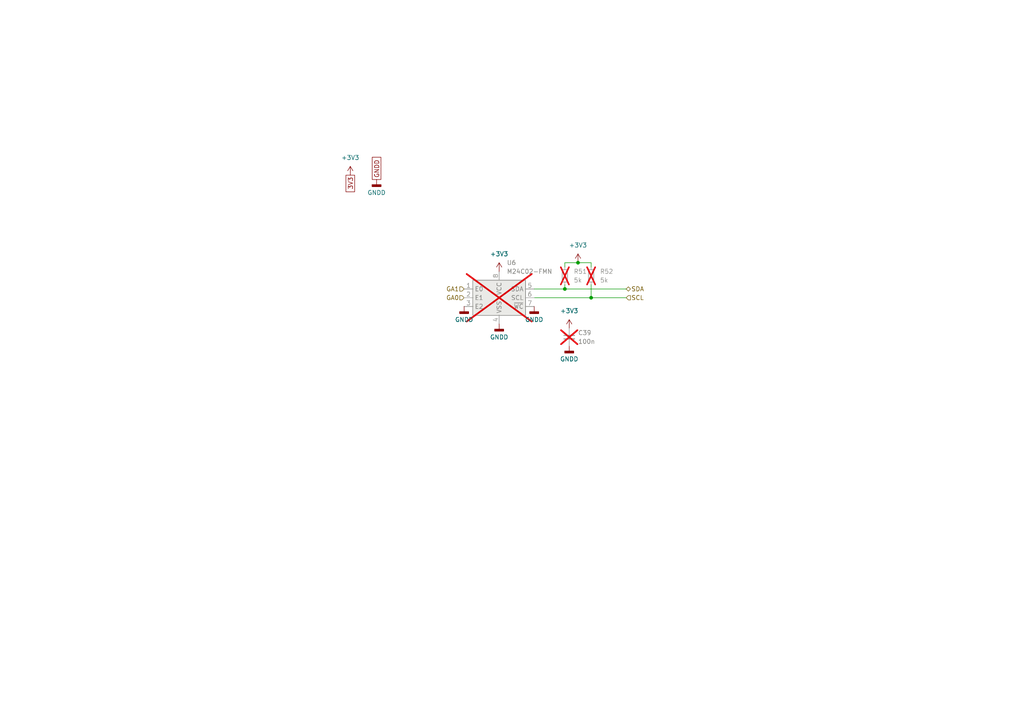
<source format=kicad_sch>
(kicad_sch
	(version 20231120)
	(generator "eeschema")
	(generator_version "8.0")
	(uuid "6067fe94-eb44-4dbe-83cc-85df83b3637a")
	(paper "A4")
	(lib_symbols
		(symbol "Device:C_Small"
			(pin_numbers hide)
			(pin_names
				(offset 0.254) hide)
			(exclude_from_sim no)
			(in_bom yes)
			(on_board yes)
			(property "Reference" "C"
				(at 0.254 1.778 0)
				(effects
					(font
						(size 1.27 1.27)
					)
					(justify left)
				)
			)
			(property "Value" "C_Small"
				(at 0.254 -2.032 0)
				(effects
					(font
						(size 1.27 1.27)
					)
					(justify left)
				)
			)
			(property "Footprint" ""
				(at 0 0 0)
				(effects
					(font
						(size 1.27 1.27)
					)
					(hide yes)
				)
			)
			(property "Datasheet" "~"
				(at 0 0 0)
				(effects
					(font
						(size 1.27 1.27)
					)
					(hide yes)
				)
			)
			(property "Description" "Unpolarized capacitor, small symbol"
				(at 0 0 0)
				(effects
					(font
						(size 1.27 1.27)
					)
					(hide yes)
				)
			)
			(property "ki_keywords" "capacitor cap"
				(at 0 0 0)
				(effects
					(font
						(size 1.27 1.27)
					)
					(hide yes)
				)
			)
			(property "ki_fp_filters" "C_*"
				(at 0 0 0)
				(effects
					(font
						(size 1.27 1.27)
					)
					(hide yes)
				)
			)
			(symbol "C_Small_0_1"
				(polyline
					(pts
						(xy -1.524 -0.508) (xy 1.524 -0.508)
					)
					(stroke
						(width 0.3302)
						(type default)
					)
					(fill
						(type none)
					)
				)
				(polyline
					(pts
						(xy -1.524 0.508) (xy 1.524 0.508)
					)
					(stroke
						(width 0.3048)
						(type default)
					)
					(fill
						(type none)
					)
				)
			)
			(symbol "C_Small_1_1"
				(pin passive line
					(at 0 2.54 270)
					(length 2.032)
					(name "~"
						(effects
							(font
								(size 1.27 1.27)
							)
						)
					)
					(number "1"
						(effects
							(font
								(size 1.27 1.27)
							)
						)
					)
				)
				(pin passive line
					(at 0 -2.54 90)
					(length 2.032)
					(name "~"
						(effects
							(font
								(size 1.27 1.27)
							)
						)
					)
					(number "2"
						(effects
							(font
								(size 1.27 1.27)
							)
						)
					)
				)
			)
		)
		(symbol "Device:R_Small"
			(pin_numbers hide)
			(pin_names
				(offset 0.254) hide)
			(exclude_from_sim no)
			(in_bom yes)
			(on_board yes)
			(property "Reference" "R"
				(at 0.762 0.508 0)
				(effects
					(font
						(size 1.27 1.27)
					)
					(justify left)
				)
			)
			(property "Value" "R_Small"
				(at 0.762 -1.016 0)
				(effects
					(font
						(size 1.27 1.27)
					)
					(justify left)
				)
			)
			(property "Footprint" ""
				(at 0 0 0)
				(effects
					(font
						(size 1.27 1.27)
					)
					(hide yes)
				)
			)
			(property "Datasheet" "~"
				(at 0 0 0)
				(effects
					(font
						(size 1.27 1.27)
					)
					(hide yes)
				)
			)
			(property "Description" "Resistor, small symbol"
				(at 0 0 0)
				(effects
					(font
						(size 1.27 1.27)
					)
					(hide yes)
				)
			)
			(property "ki_keywords" "R resistor"
				(at 0 0 0)
				(effects
					(font
						(size 1.27 1.27)
					)
					(hide yes)
				)
			)
			(property "ki_fp_filters" "R_*"
				(at 0 0 0)
				(effects
					(font
						(size 1.27 1.27)
					)
					(hide yes)
				)
			)
			(symbol "R_Small_0_1"
				(rectangle
					(start -0.762 1.778)
					(end 0.762 -1.778)
					(stroke
						(width 0.2032)
						(type default)
					)
					(fill
						(type none)
					)
				)
			)
			(symbol "R_Small_1_1"
				(pin passive line
					(at 0 2.54 270)
					(length 0.762)
					(name "~"
						(effects
							(font
								(size 1.27 1.27)
							)
						)
					)
					(number "1"
						(effects
							(font
								(size 1.27 1.27)
							)
						)
					)
				)
				(pin passive line
					(at 0 -2.54 90)
					(length 0.762)
					(name "~"
						(effects
							(font
								(size 1.27 1.27)
							)
						)
					)
					(number "2"
						(effects
							(font
								(size 1.27 1.27)
							)
						)
					)
				)
			)
		)
		(symbol "Memory_EEPROM:M24C02-FMN"
			(exclude_from_sim no)
			(in_bom yes)
			(on_board yes)
			(property "Reference" "U"
				(at -6.35 6.35 0)
				(effects
					(font
						(size 1.27 1.27)
					)
				)
			)
			(property "Value" "M24C02-FMN"
				(at 7.62 6.35 0)
				(effects
					(font
						(size 1.27 1.27)
					)
				)
			)
			(property "Footprint" "Package_SO:SOIC-8_3.9x4.9mm_P1.27mm"
				(at 0 8.89 0)
				(effects
					(font
						(size 1.27 1.27)
					)
					(hide yes)
				)
			)
			(property "Datasheet" "http://www.st.com/content/ccc/resource/technical/document/datasheet/b0/d8/50/40/5a/85/49/6f/DM00071904.pdf/files/DM00071904.pdf/jcr:content/translations/en.DM00071904.pdf"
				(at 1.27 -12.7 0)
				(effects
					(font
						(size 1.27 1.27)
					)
					(hide yes)
				)
			)
			(property "Description" "2Kb (256x8) I2C Serial EEPROM, 1.6-5.5V, SOIC-8"
				(at 0 0 0)
				(effects
					(font
						(size 1.27 1.27)
					)
					(hide yes)
				)
			)
			(property "ki_keywords" "Nonvolatile Non-Volatile Memory ROM ST"
				(at 0 0 0)
				(effects
					(font
						(size 1.27 1.27)
					)
					(hide yes)
				)
			)
			(property "ki_fp_filters" "SOIC*3.9x4.9mm*P1.27mm*"
				(at 0 0 0)
				(effects
					(font
						(size 1.27 1.27)
					)
					(hide yes)
				)
			)
			(symbol "M24C02-FMN_0_1"
				(rectangle
					(start -7.62 5.08)
					(end 7.62 -5.08)
					(stroke
						(width 0.254)
						(type default)
					)
					(fill
						(type background)
					)
				)
			)
			(symbol "M24C02-FMN_1_1"
				(pin input line
					(at -10.16 2.54 0)
					(length 2.54)
					(name "E0"
						(effects
							(font
								(size 1.27 1.27)
							)
						)
					)
					(number "1"
						(effects
							(font
								(size 1.27 1.27)
							)
						)
					)
				)
				(pin input line
					(at -10.16 0 0)
					(length 2.54)
					(name "E1"
						(effects
							(font
								(size 1.27 1.27)
							)
						)
					)
					(number "2"
						(effects
							(font
								(size 1.27 1.27)
							)
						)
					)
				)
				(pin input line
					(at -10.16 -2.54 0)
					(length 2.54)
					(name "E2"
						(effects
							(font
								(size 1.27 1.27)
							)
						)
					)
					(number "3"
						(effects
							(font
								(size 1.27 1.27)
							)
						)
					)
				)
				(pin power_in line
					(at 0 -7.62 90)
					(length 2.54)
					(name "VSS"
						(effects
							(font
								(size 1.27 1.27)
							)
						)
					)
					(number "4"
						(effects
							(font
								(size 1.27 1.27)
							)
						)
					)
				)
				(pin bidirectional line
					(at 10.16 2.54 180)
					(length 2.54)
					(name "SDA"
						(effects
							(font
								(size 1.27 1.27)
							)
						)
					)
					(number "5"
						(effects
							(font
								(size 1.27 1.27)
							)
						)
					)
				)
				(pin input line
					(at 10.16 0 180)
					(length 2.54)
					(name "SCL"
						(effects
							(font
								(size 1.27 1.27)
							)
						)
					)
					(number "6"
						(effects
							(font
								(size 1.27 1.27)
							)
						)
					)
				)
				(pin input line
					(at 10.16 -2.54 180)
					(length 2.54)
					(name "~{WC}"
						(effects
							(font
								(size 1.27 1.27)
							)
						)
					)
					(number "7"
						(effects
							(font
								(size 1.27 1.27)
							)
						)
					)
				)
				(pin power_in line
					(at 0 7.62 270)
					(length 2.54)
					(name "VCC"
						(effects
							(font
								(size 1.27 1.27)
							)
						)
					)
					(number "8"
						(effects
							(font
								(size 1.27 1.27)
							)
						)
					)
				)
			)
		)
		(symbol "power:+3V3"
			(power)
			(pin_numbers hide)
			(pin_names
				(offset 0) hide)
			(exclude_from_sim no)
			(in_bom yes)
			(on_board yes)
			(property "Reference" "#PWR"
				(at 0 -3.81 0)
				(effects
					(font
						(size 1.27 1.27)
					)
					(hide yes)
				)
			)
			(property "Value" "+3V3"
				(at 0 3.556 0)
				(effects
					(font
						(size 1.27 1.27)
					)
				)
			)
			(property "Footprint" ""
				(at 0 0 0)
				(effects
					(font
						(size 1.27 1.27)
					)
					(hide yes)
				)
			)
			(property "Datasheet" ""
				(at 0 0 0)
				(effects
					(font
						(size 1.27 1.27)
					)
					(hide yes)
				)
			)
			(property "Description" "Power symbol creates a global label with name \"+3V3\""
				(at 0 0 0)
				(effects
					(font
						(size 1.27 1.27)
					)
					(hide yes)
				)
			)
			(property "ki_keywords" "global power"
				(at 0 0 0)
				(effects
					(font
						(size 1.27 1.27)
					)
					(hide yes)
				)
			)
			(symbol "+3V3_0_1"
				(polyline
					(pts
						(xy -0.762 1.27) (xy 0 2.54)
					)
					(stroke
						(width 0)
						(type default)
					)
					(fill
						(type none)
					)
				)
				(polyline
					(pts
						(xy 0 0) (xy 0 2.54)
					)
					(stroke
						(width 0)
						(type default)
					)
					(fill
						(type none)
					)
				)
				(polyline
					(pts
						(xy 0 2.54) (xy 0.762 1.27)
					)
					(stroke
						(width 0)
						(type default)
					)
					(fill
						(type none)
					)
				)
			)
			(symbol "+3V3_1_1"
				(pin power_in line
					(at 0 0 90)
					(length 0)
					(name "~"
						(effects
							(font
								(size 1.27 1.27)
							)
						)
					)
					(number "1"
						(effects
							(font
								(size 1.27 1.27)
							)
						)
					)
				)
			)
		)
		(symbol "power:GNDD"
			(power)
			(pin_numbers hide)
			(pin_names
				(offset 0) hide)
			(exclude_from_sim no)
			(in_bom yes)
			(on_board yes)
			(property "Reference" "#PWR"
				(at 0 -6.35 0)
				(effects
					(font
						(size 1.27 1.27)
					)
					(hide yes)
				)
			)
			(property "Value" "GNDD"
				(at 0 -3.175 0)
				(effects
					(font
						(size 1.27 1.27)
					)
				)
			)
			(property "Footprint" ""
				(at 0 0 0)
				(effects
					(font
						(size 1.27 1.27)
					)
					(hide yes)
				)
			)
			(property "Datasheet" ""
				(at 0 0 0)
				(effects
					(font
						(size 1.27 1.27)
					)
					(hide yes)
				)
			)
			(property "Description" "Power symbol creates a global label with name \"GNDD\" , digital ground"
				(at 0 0 0)
				(effects
					(font
						(size 1.27 1.27)
					)
					(hide yes)
				)
			)
			(property "ki_keywords" "global power"
				(at 0 0 0)
				(effects
					(font
						(size 1.27 1.27)
					)
					(hide yes)
				)
			)
			(symbol "GNDD_0_1"
				(rectangle
					(start -1.27 -1.524)
					(end 1.27 -2.032)
					(stroke
						(width 0.254)
						(type default)
					)
					(fill
						(type outline)
					)
				)
				(polyline
					(pts
						(xy 0 0) (xy 0 -1.524)
					)
					(stroke
						(width 0)
						(type default)
					)
					(fill
						(type none)
					)
				)
			)
			(symbol "GNDD_1_1"
				(pin power_in line
					(at 0 0 270)
					(length 0)
					(name "~"
						(effects
							(font
								(size 1.27 1.27)
							)
						)
					)
					(number "1"
						(effects
							(font
								(size 1.27 1.27)
							)
						)
					)
				)
			)
		)
	)
	(junction
		(at 171.45 86.36)
		(diameter 0)
		(color 0 0 0 0)
		(uuid "4f000a9c-fb83-41f4-aca8-14b0fed98ff1")
	)
	(junction
		(at 167.64 76.2)
		(diameter 0)
		(color 0 0 0 0)
		(uuid "63b6a2fd-a159-4c25-a409-773568a29eef")
	)
	(junction
		(at 163.83 83.82)
		(diameter 0)
		(color 0 0 0 0)
		(uuid "8a17166b-c876-4ddf-ae30-833d050d9c63")
	)
	(wire
		(pts
			(xy 181.61 86.36) (xy 171.45 86.36)
		)
		(stroke
			(width 0)
			(type default)
		)
		(uuid "13bfb414-cb6f-419f-9a1d-5466c18d904a")
	)
	(wire
		(pts
			(xy 171.45 77.47) (xy 171.45 76.2)
		)
		(stroke
			(width 0)
			(type default)
		)
		(uuid "17fd00d4-c182-4e02-aaf2-ad9c13beb3db")
	)
	(wire
		(pts
			(xy 171.45 86.36) (xy 154.94 86.36)
		)
		(stroke
			(width 0)
			(type default)
		)
		(uuid "30740e8c-68ec-40ee-b657-66ed6dc9fcaa")
	)
	(wire
		(pts
			(xy 181.61 83.82) (xy 163.83 83.82)
		)
		(stroke
			(width 0)
			(type default)
		)
		(uuid "43510b43-c3a4-49e4-9c4a-138bfecf742d")
	)
	(wire
		(pts
			(xy 163.83 83.82) (xy 154.94 83.82)
		)
		(stroke
			(width 0)
			(type default)
		)
		(uuid "5b0438dd-9938-4fbc-86cc-588473155b36")
	)
	(wire
		(pts
			(xy 163.83 77.47) (xy 163.83 76.2)
		)
		(stroke
			(width 0)
			(type default)
		)
		(uuid "76b89772-752a-4675-9ecc-4f912bbddf79")
	)
	(wire
		(pts
			(xy 171.45 82.55) (xy 171.45 86.36)
		)
		(stroke
			(width 0)
			(type default)
		)
		(uuid "9f8335e2-2781-4cb9-b6bb-bea3b43f04f3")
	)
	(wire
		(pts
			(xy 171.45 76.2) (xy 167.64 76.2)
		)
		(stroke
			(width 0)
			(type default)
		)
		(uuid "ae3640cc-e4b2-43d6-9ec9-ca3ac1dcd967")
	)
	(wire
		(pts
			(xy 163.83 76.2) (xy 167.64 76.2)
		)
		(stroke
			(width 0)
			(type default)
		)
		(uuid "c8938ac1-4fdf-4ebf-99f5-ca0e4c248f8d")
	)
	(wire
		(pts
			(xy 163.83 82.55) (xy 163.83 83.82)
		)
		(stroke
			(width 0)
			(type default)
		)
		(uuid "f252f7e4-9615-4676-a0f6-04754941ca07")
	)
	(global_label "GNDD"
		(shape passive)
		(at 109.22 52.07 90)
		(fields_autoplaced yes)
		(effects
			(font
				(size 1.27 1.27)
			)
			(justify left)
		)
		(uuid "87fd0e1e-f787-4477-ab47-772ae88d6239")
		(property "Intersheetrefs" "${INTERSHEET_REFS}"
			(at 109.22 45.0556 90)
			(effects
				(font
					(size 1.27 1.27)
				)
				(justify left)
				(hide yes)
			)
		)
	)
	(global_label "3V3"
		(shape passive)
		(at 101.6 50.8 270)
		(fields_autoplaced yes)
		(effects
			(font
				(size 1.27 1.27)
			)
			(justify right)
		)
		(uuid "895403a4-ca1d-4148-b294-43a38b8f0348")
		(property "Intersheetrefs" "${INTERSHEET_REFS}"
			(at 101.6 56.1815 90)
			(effects
				(font
					(size 1.27 1.27)
				)
				(justify right)
				(hide yes)
			)
		)
	)
	(hierarchical_label "GA0"
		(shape input)
		(at 134.62 86.36 180)
		(fields_autoplaced yes)
		(effects
			(font
				(size 1.27 1.27)
			)
			(justify right)
		)
		(uuid "0462b77d-1a74-40ca-8d83-397b1ec85120")
	)
	(hierarchical_label "SCL"
		(shape input)
		(at 181.61 86.36 0)
		(fields_autoplaced yes)
		(effects
			(font
				(size 1.27 1.27)
			)
			(justify left)
		)
		(uuid "ccb85ba9-5b1b-47f1-9faf-9b9f88599b8a")
	)
	(hierarchical_label "GA1"
		(shape input)
		(at 134.62 83.82 180)
		(fields_autoplaced yes)
		(effects
			(font
				(size 1.27 1.27)
			)
			(justify right)
		)
		(uuid "ef6e23ff-7721-4b5b-91f9-60a1b02d4793")
	)
	(hierarchical_label "SDA"
		(shape bidirectional)
		(at 181.61 83.82 0)
		(fields_autoplaced yes)
		(effects
			(font
				(size 1.27 1.27)
			)
			(justify left)
		)
		(uuid "fdcce42d-75c9-4df1-9397-16292467ae61")
	)
	(symbol
		(lib_id "Device:R_Small")
		(at 163.83 80.01 0)
		(unit 1)
		(exclude_from_sim no)
		(in_bom yes)
		(on_board yes)
		(dnp yes)
		(fields_autoplaced yes)
		(uuid "0d82e870-fd33-4099-a384-0293a55eaed8")
		(property "Reference" "R51"
			(at 166.37 78.7399 0)
			(effects
				(font
					(size 1.27 1.27)
				)
				(justify left)
			)
		)
		(property "Value" "5k"
			(at 166.37 81.2799 0)
			(effects
				(font
					(size 1.27 1.27)
				)
				(justify left)
			)
		)
		(property "Footprint" "Resistor_SMD:R_0805_2012Metric_Pad1.20x1.40mm_HandSolder"
			(at 163.83 80.01 0)
			(effects
				(font
					(size 1.27 1.27)
				)
				(hide yes)
			)
		)
		(property "Datasheet" "~"
			(at 163.83 80.01 0)
			(effects
				(font
					(size 1.27 1.27)
				)
				(hide yes)
			)
		)
		(property "Description" "Resistor, small symbol"
			(at 163.83 80.01 0)
			(effects
				(font
					(size 1.27 1.27)
				)
				(hide yes)
			)
		)
		(property "Mouser Link" "https://ro.mouser.com/ProductDetail/SEI-Stackpole/RMCF0805FT4K99?qs=sGAEpiMZZMtlubZbdhIBIA%252B43obPAL0tO%2FGiDX3Qiuc%3D"
			(at 163.83 80.01 0)
			(effects
				(font
					(size 1.27 1.27)
				)
				(hide yes)
			)
		)
		(pin "2"
			(uuid "867f88b0-a951-4dfd-8f0d-a86d3a932d2f")
		)
		(pin "1"
			(uuid "48cf04ae-c19a-4776-a383-348746e12a9f")
		)
		(instances
			(project "ML605_LPC_Board_wADC_DAC"
				(path "/35bdcd8d-8b21-4a24-9357-7d92e5ad0993/f6c4dbaf-9ed0-416d-bf2a-598c3d1d7315"
					(reference "R51")
					(unit 1)
				)
			)
		)
	)
	(symbol
		(lib_id "power:GNDD")
		(at 165.1 100.33 0)
		(unit 1)
		(exclude_from_sim no)
		(in_bom yes)
		(on_board yes)
		(dnp no)
		(fields_autoplaced yes)
		(uuid "265cc60b-838a-478f-971e-4548fc108338")
		(property "Reference" "#PWR0194"
			(at 165.1 106.68 0)
			(effects
				(font
					(size 1.27 1.27)
				)
				(hide yes)
			)
		)
		(property "Value" "GNDD"
			(at 165.1 104.14 0)
			(effects
				(font
					(size 1.27 1.27)
				)
			)
		)
		(property "Footprint" ""
			(at 165.1 100.33 0)
			(effects
				(font
					(size 1.27 1.27)
				)
				(hide yes)
			)
		)
		(property "Datasheet" ""
			(at 165.1 100.33 0)
			(effects
				(font
					(size 1.27 1.27)
				)
				(hide yes)
			)
		)
		(property "Description" "Power symbol creates a global label with name \"GNDD\" , digital ground"
			(at 165.1 100.33 0)
			(effects
				(font
					(size 1.27 1.27)
				)
				(hide yes)
			)
		)
		(pin "1"
			(uuid "0e7bb670-fafc-43e3-9412-b58d6588dcd2")
		)
		(instances
			(project "ML605_LPC_Board_wADC_DAC"
				(path "/35bdcd8d-8b21-4a24-9357-7d92e5ad0993/f6c4dbaf-9ed0-416d-bf2a-598c3d1d7315"
					(reference "#PWR0194")
					(unit 1)
				)
			)
		)
	)
	(symbol
		(lib_id "Memory_EEPROM:M24C02-FMN")
		(at 144.78 86.36 0)
		(unit 1)
		(exclude_from_sim no)
		(in_bom yes)
		(on_board yes)
		(dnp yes)
		(fields_autoplaced yes)
		(uuid "41b8644b-fb8c-4c60-a339-0ff2dd07fe6f")
		(property "Reference" "U6"
			(at 146.9741 76.2 0)
			(effects
				(font
					(size 1.27 1.27)
				)
				(justify left)
			)
		)
		(property "Value" "M24C02-FMN"
			(at 146.9741 78.74 0)
			(effects
				(font
					(size 1.27 1.27)
				)
				(justify left)
			)
		)
		(property "Footprint" "Package_SO:SOIC-8_3.9x4.9mm_P1.27mm"
			(at 144.78 77.47 0)
			(effects
				(font
					(size 1.27 1.27)
				)
				(hide yes)
			)
		)
		(property "Datasheet" "http://www.st.com/content/ccc/resource/technical/document/datasheet/b0/d8/50/40/5a/85/49/6f/DM00071904.pdf/files/DM00071904.pdf/jcr:content/translations/en.DM00071904.pdf"
			(at 146.05 99.06 0)
			(effects
				(font
					(size 1.27 1.27)
				)
				(hide yes)
			)
		)
		(property "Description" "2Kb (256x8) I2C Serial EEPROM, 1.6-5.5V, SOIC-8"
			(at 144.78 86.36 0)
			(effects
				(font
					(size 1.27 1.27)
				)
				(hide yes)
			)
		)
		(property "Mouser Link" "https://ro.mouser.com/ProductDetail/STMicroelectronics/M24C02-FMN6TP?qs=WHlX%252B%252B9%2FRwCvVyrf2ztAog%3D%3D"
			(at 144.78 86.36 0)
			(effects
				(font
					(size 1.27 1.27)
				)
				(hide yes)
			)
		)
		(pin "2"
			(uuid "1900e6cc-1bb3-4d2d-b74c-3db66c47ba81")
		)
		(pin "8"
			(uuid "1a3d13b3-90e5-426f-a763-89c7a21eac03")
		)
		(pin "4"
			(uuid "736e0cd4-5ec3-4f25-b644-9fdd4d712a48")
		)
		(pin "5"
			(uuid "3ef58b09-a9af-4fd5-b105-fbb5e853a73f")
		)
		(pin "1"
			(uuid "58b54885-cc88-4aec-a803-ecfcea76270a")
		)
		(pin "6"
			(uuid "ff880421-c1a8-44b4-bb10-0c101343cfc5")
		)
		(pin "7"
			(uuid "8ef01a95-982a-40d7-8b64-f44e420ef748")
		)
		(pin "3"
			(uuid "e31a02b1-8a38-41fe-923b-a004dc20d18b")
		)
		(instances
			(project "ML605_LPC_Board_wADC_DAC"
				(path "/35bdcd8d-8b21-4a24-9357-7d92e5ad0993/f6c4dbaf-9ed0-416d-bf2a-598c3d1d7315"
					(reference "U6")
					(unit 1)
				)
			)
		)
	)
	(symbol
		(lib_id "power:GNDD")
		(at 154.94 88.9 0)
		(unit 1)
		(exclude_from_sim no)
		(in_bom yes)
		(on_board yes)
		(dnp no)
		(fields_autoplaced yes)
		(uuid "47523278-fbf4-4d67-abf1-f2f072a231d2")
		(property "Reference" "#PWR0192"
			(at 154.94 95.25 0)
			(effects
				(font
					(size 1.27 1.27)
				)
				(hide yes)
			)
		)
		(property "Value" "GNDD"
			(at 154.94 92.71 0)
			(effects
				(font
					(size 1.27 1.27)
				)
			)
		)
		(property "Footprint" ""
			(at 154.94 88.9 0)
			(effects
				(font
					(size 1.27 1.27)
				)
				(hide yes)
			)
		)
		(property "Datasheet" ""
			(at 154.94 88.9 0)
			(effects
				(font
					(size 1.27 1.27)
				)
				(hide yes)
			)
		)
		(property "Description" "Power symbol creates a global label with name \"GNDD\" , digital ground"
			(at 154.94 88.9 0)
			(effects
				(font
					(size 1.27 1.27)
				)
				(hide yes)
			)
		)
		(pin "1"
			(uuid "70e0d1af-0b56-48f4-b821-567fe94d2e8e")
		)
		(instances
			(project "ML605_LPC_Board_wADC_DAC"
				(path "/35bdcd8d-8b21-4a24-9357-7d92e5ad0993/f6c4dbaf-9ed0-416d-bf2a-598c3d1d7315"
					(reference "#PWR0192")
					(unit 1)
				)
			)
		)
	)
	(symbol
		(lib_id "power:+3V3")
		(at 165.1 95.25 0)
		(unit 1)
		(exclude_from_sim no)
		(in_bom yes)
		(on_board yes)
		(dnp no)
		(fields_autoplaced yes)
		(uuid "62c04ec7-3ea2-4dc3-ab4d-55809330bc96")
		(property "Reference" "#PWR0193"
			(at 165.1 99.06 0)
			(effects
				(font
					(size 1.27 1.27)
				)
				(hide yes)
			)
		)
		(property "Value" "+3V3"
			(at 165.1 90.17 0)
			(effects
				(font
					(size 1.27 1.27)
				)
			)
		)
		(property "Footprint" ""
			(at 165.1 95.25 0)
			(effects
				(font
					(size 1.27 1.27)
				)
				(hide yes)
			)
		)
		(property "Datasheet" ""
			(at 165.1 95.25 0)
			(effects
				(font
					(size 1.27 1.27)
				)
				(hide yes)
			)
		)
		(property "Description" "Power symbol creates a global label with name \"+3V3\""
			(at 165.1 95.25 0)
			(effects
				(font
					(size 1.27 1.27)
				)
				(hide yes)
			)
		)
		(pin "1"
			(uuid "bb0935bb-eec0-49ee-a588-02a5bbc69546")
		)
		(instances
			(project "ML605_LPC_Board_wADC_DAC"
				(path "/35bdcd8d-8b21-4a24-9357-7d92e5ad0993/f6c4dbaf-9ed0-416d-bf2a-598c3d1d7315"
					(reference "#PWR0193")
					(unit 1)
				)
			)
		)
	)
	(symbol
		(lib_id "Device:R_Small")
		(at 171.45 80.01 0)
		(unit 1)
		(exclude_from_sim no)
		(in_bom yes)
		(on_board yes)
		(dnp yes)
		(fields_autoplaced yes)
		(uuid "63e03324-f125-4de9-afa8-4e2f6c83088e")
		(property "Reference" "R52"
			(at 173.99 78.7399 0)
			(effects
				(font
					(size 1.27 1.27)
				)
				(justify left)
			)
		)
		(property "Value" "5k"
			(at 173.99 81.2799 0)
			(effects
				(font
					(size 1.27 1.27)
				)
				(justify left)
			)
		)
		(property "Footprint" "Resistor_SMD:R_0805_2012Metric_Pad1.20x1.40mm_HandSolder"
			(at 171.45 80.01 0)
			(effects
				(font
					(size 1.27 1.27)
				)
				(hide yes)
			)
		)
		(property "Datasheet" "~"
			(at 171.45 80.01 0)
			(effects
				(font
					(size 1.27 1.27)
				)
				(hide yes)
			)
		)
		(property "Description" "Resistor, small symbol"
			(at 171.45 80.01 0)
			(effects
				(font
					(size 1.27 1.27)
				)
				(hide yes)
			)
		)
		(property "Mouser Link" "https://ro.mouser.com/ProductDetail/SEI-Stackpole/RMCF0805FT4K99?qs=sGAEpiMZZMtlubZbdhIBIA%252B43obPAL0tO%2FGiDX3Qiuc%3D"
			(at 171.45 80.01 0)
			(effects
				(font
					(size 1.27 1.27)
				)
				(hide yes)
			)
		)
		(pin "2"
			(uuid "71a47f34-998c-491f-a5e9-507f3c1ad7b7")
		)
		(pin "1"
			(uuid "477b0eef-2074-4006-8f2e-c37d0ccccc89")
		)
		(instances
			(project "ML605_LPC_Board_wADC_DAC"
				(path "/35bdcd8d-8b21-4a24-9357-7d92e5ad0993/f6c4dbaf-9ed0-416d-bf2a-598c3d1d7315"
					(reference "R52")
					(unit 1)
				)
			)
		)
	)
	(symbol
		(lib_id "power:GNDD")
		(at 134.62 88.9 0)
		(unit 1)
		(exclude_from_sim no)
		(in_bom yes)
		(on_board yes)
		(dnp no)
		(fields_autoplaced yes)
		(uuid "75647477-f40d-4278-86df-2597394dbc6e")
		(property "Reference" "#PWR0188"
			(at 134.62 95.25 0)
			(effects
				(font
					(size 1.27 1.27)
				)
				(hide yes)
			)
		)
		(property "Value" "GNDD"
			(at 134.62 92.71 0)
			(effects
				(font
					(size 1.27 1.27)
				)
			)
		)
		(property "Footprint" ""
			(at 134.62 88.9 0)
			(effects
				(font
					(size 1.27 1.27)
				)
				(hide yes)
			)
		)
		(property "Datasheet" ""
			(at 134.62 88.9 0)
			(effects
				(font
					(size 1.27 1.27)
				)
				(hide yes)
			)
		)
		(property "Description" "Power symbol creates a global label with name \"GNDD\" , digital ground"
			(at 134.62 88.9 0)
			(effects
				(font
					(size 1.27 1.27)
				)
				(hide yes)
			)
		)
		(pin "1"
			(uuid "79610105-b6b6-4a2e-8248-747853be250b")
		)
		(instances
			(project "ML605_LPC_Board_wADC_DAC"
				(path "/35bdcd8d-8b21-4a24-9357-7d92e5ad0993/f6c4dbaf-9ed0-416d-bf2a-598c3d1d7315"
					(reference "#PWR0188")
					(unit 1)
				)
			)
		)
	)
	(symbol
		(lib_id "power:+3V3")
		(at 144.78 78.74 0)
		(unit 1)
		(exclude_from_sim no)
		(in_bom yes)
		(on_board yes)
		(dnp no)
		(fields_autoplaced yes)
		(uuid "7adce104-81aa-4441-83d8-74ac978d3da9")
		(property "Reference" "#PWR0190"
			(at 144.78 82.55 0)
			(effects
				(font
					(size 1.27 1.27)
				)
				(hide yes)
			)
		)
		(property "Value" "+3V3"
			(at 144.78 73.66 0)
			(effects
				(font
					(size 1.27 1.27)
				)
			)
		)
		(property "Footprint" ""
			(at 144.78 78.74 0)
			(effects
				(font
					(size 1.27 1.27)
				)
				(hide yes)
			)
		)
		(property "Datasheet" ""
			(at 144.78 78.74 0)
			(effects
				(font
					(size 1.27 1.27)
				)
				(hide yes)
			)
		)
		(property "Description" "Power symbol creates a global label with name \"+3V3\""
			(at 144.78 78.74 0)
			(effects
				(font
					(size 1.27 1.27)
				)
				(hide yes)
			)
		)
		(pin "1"
			(uuid "ffa81ff2-ecce-47ed-855d-486791ea42c0")
		)
		(instances
			(project "ML605_LPC_Board_wADC_DAC"
				(path "/35bdcd8d-8b21-4a24-9357-7d92e5ad0993/f6c4dbaf-9ed0-416d-bf2a-598c3d1d7315"
					(reference "#PWR0190")
					(unit 1)
				)
			)
		)
	)
	(symbol
		(lib_id "power:+3V3")
		(at 101.6 50.8 0)
		(unit 1)
		(exclude_from_sim no)
		(in_bom yes)
		(on_board yes)
		(dnp no)
		(fields_autoplaced yes)
		(uuid "935d4ff4-9670-492c-a287-2f462296f6ff")
		(property "Reference" "#PWR0195"
			(at 101.6 54.61 0)
			(effects
				(font
					(size 1.27 1.27)
				)
				(hide yes)
			)
		)
		(property "Value" "+3V3"
			(at 101.6 45.72 0)
			(effects
				(font
					(size 1.27 1.27)
				)
			)
		)
		(property "Footprint" ""
			(at 101.6 50.8 0)
			(effects
				(font
					(size 1.27 1.27)
				)
				(hide yes)
			)
		)
		(property "Datasheet" ""
			(at 101.6 50.8 0)
			(effects
				(font
					(size 1.27 1.27)
				)
				(hide yes)
			)
		)
		(property "Description" "Power symbol creates a global label with name \"+3V3\""
			(at 101.6 50.8 0)
			(effects
				(font
					(size 1.27 1.27)
				)
				(hide yes)
			)
		)
		(pin "1"
			(uuid "745e617d-b7be-4693-b6c1-e9f52f5fcdda")
		)
		(instances
			(project "ML605_LPC_Board_wADC_DAC"
				(path "/35bdcd8d-8b21-4a24-9357-7d92e5ad0993/f6c4dbaf-9ed0-416d-bf2a-598c3d1d7315"
					(reference "#PWR0195")
					(unit 1)
				)
			)
		)
	)
	(symbol
		(lib_id "power:+3V3")
		(at 167.64 76.2 0)
		(unit 1)
		(exclude_from_sim no)
		(in_bom yes)
		(on_board yes)
		(dnp no)
		(fields_autoplaced yes)
		(uuid "9b361ed0-0de4-4d28-96c0-7bb68aa70185")
		(property "Reference" "#PWR0191"
			(at 167.64 80.01 0)
			(effects
				(font
					(size 1.27 1.27)
				)
				(hide yes)
			)
		)
		(property "Value" "+3V3"
			(at 167.64 71.12 0)
			(effects
				(font
					(size 1.27 1.27)
				)
			)
		)
		(property "Footprint" ""
			(at 167.64 76.2 0)
			(effects
				(font
					(size 1.27 1.27)
				)
				(hide yes)
			)
		)
		(property "Datasheet" ""
			(at 167.64 76.2 0)
			(effects
				(font
					(size 1.27 1.27)
				)
				(hide yes)
			)
		)
		(property "Description" "Power symbol creates a global label with name \"+3V3\""
			(at 167.64 76.2 0)
			(effects
				(font
					(size 1.27 1.27)
				)
				(hide yes)
			)
		)
		(pin "1"
			(uuid "347f3988-27d9-4cbd-bb04-c8e8f6959909")
		)
		(instances
			(project "ML605_LPC_Board_wADC_DAC"
				(path "/35bdcd8d-8b21-4a24-9357-7d92e5ad0993/f6c4dbaf-9ed0-416d-bf2a-598c3d1d7315"
					(reference "#PWR0191")
					(unit 1)
				)
			)
		)
	)
	(symbol
		(lib_id "power:GNDD")
		(at 109.22 52.07 0)
		(unit 1)
		(exclude_from_sim no)
		(in_bom yes)
		(on_board yes)
		(dnp no)
		(fields_autoplaced yes)
		(uuid "a2093df7-6e91-46ca-ad21-0bae64585a41")
		(property "Reference" "#PWR0196"
			(at 109.22 58.42 0)
			(effects
				(font
					(size 1.27 1.27)
				)
				(hide yes)
			)
		)
		(property "Value" "GNDD"
			(at 109.22 55.88 0)
			(effects
				(font
					(size 1.27 1.27)
				)
			)
		)
		(property "Footprint" ""
			(at 109.22 52.07 0)
			(effects
				(font
					(size 1.27 1.27)
				)
				(hide yes)
			)
		)
		(property "Datasheet" ""
			(at 109.22 52.07 0)
			(effects
				(font
					(size 1.27 1.27)
				)
				(hide yes)
			)
		)
		(property "Description" "Power symbol creates a global label with name \"GNDD\" , digital ground"
			(at 109.22 52.07 0)
			(effects
				(font
					(size 1.27 1.27)
				)
				(hide yes)
			)
		)
		(pin "1"
			(uuid "a3d7cf25-75b8-4f4b-90d3-f70c6ad59453")
		)
		(instances
			(project "ML605_LPC_Board_wADC_DAC"
				(path "/35bdcd8d-8b21-4a24-9357-7d92e5ad0993/f6c4dbaf-9ed0-416d-bf2a-598c3d1d7315"
					(reference "#PWR0196")
					(unit 1)
				)
			)
		)
	)
	(symbol
		(lib_id "Device:C_Small")
		(at 165.1 97.79 0)
		(unit 1)
		(exclude_from_sim no)
		(in_bom yes)
		(on_board yes)
		(dnp yes)
		(fields_autoplaced yes)
		(uuid "a9f5f89f-e48f-4d42-9860-726577c88490")
		(property "Reference" "C39"
			(at 167.64 96.5262 0)
			(effects
				(font
					(size 1.27 1.27)
				)
				(justify left)
			)
		)
		(property "Value" "100n"
			(at 167.64 99.0662 0)
			(effects
				(font
					(size 1.27 1.27)
				)
				(justify left)
			)
		)
		(property "Footprint" "Capacitor_SMD:C_0805_2012Metric_Pad1.18x1.45mm_HandSolder"
			(at 165.1 97.79 0)
			(effects
				(font
					(size 1.27 1.27)
				)
				(hide yes)
			)
		)
		(property "Datasheet" "~"
			(at 165.1 97.79 0)
			(effects
				(font
					(size 1.27 1.27)
				)
				(hide yes)
			)
		)
		(property "Description" "Unpolarized capacitor, small symbol"
			(at 165.1 97.79 0)
			(effects
				(font
					(size 1.27 1.27)
				)
				(hide yes)
			)
		)
		(property "Mouser Link" "https://ro.mouser.com/ProductDetail/KEMET/C0805C104Z5VACTU?qs=sGAEpiMZZMsh%252B1woXyUXjyXjyVLE9VtBgpQWmxyg8NY%3D"
			(at 165.1 97.79 0)
			(effects
				(font
					(size 1.27 1.27)
				)
				(hide yes)
			)
		)
		(pin "1"
			(uuid "58e653c0-57c8-4fdd-aa0c-65608424074f")
		)
		(pin "2"
			(uuid "5dfbb9d9-c5ee-4c78-83d7-16138585f6f6")
		)
		(instances
			(project "ML605_LPC_Board_wADC_DAC"
				(path "/35bdcd8d-8b21-4a24-9357-7d92e5ad0993/f6c4dbaf-9ed0-416d-bf2a-598c3d1d7315"
					(reference "C39")
					(unit 1)
				)
			)
		)
	)
	(symbol
		(lib_id "power:GNDD")
		(at 144.78 93.98 0)
		(unit 1)
		(exclude_from_sim no)
		(in_bom yes)
		(on_board yes)
		(dnp no)
		(fields_autoplaced yes)
		(uuid "b2f76b17-0abe-4eb7-85bd-5e8b974ba56c")
		(property "Reference" "#PWR0189"
			(at 144.78 100.33 0)
			(effects
				(font
					(size 1.27 1.27)
				)
				(hide yes)
			)
		)
		(property "Value" "GNDD"
			(at 144.78 97.79 0)
			(effects
				(font
					(size 1.27 1.27)
				)
			)
		)
		(property "Footprint" ""
			(at 144.78 93.98 0)
			(effects
				(font
					(size 1.27 1.27)
				)
				(hide yes)
			)
		)
		(property "Datasheet" ""
			(at 144.78 93.98 0)
			(effects
				(font
					(size 1.27 1.27)
				)
				(hide yes)
			)
		)
		(property "Description" "Power symbol creates a global label with name \"GNDD\" , digital ground"
			(at 144.78 93.98 0)
			(effects
				(font
					(size 1.27 1.27)
				)
				(hide yes)
			)
		)
		(pin "1"
			(uuid "9b922fa0-10ef-419c-8af1-0ba8a939e8e7")
		)
		(instances
			(project "ML605_LPC_Board_wADC_DAC"
				(path "/35bdcd8d-8b21-4a24-9357-7d92e5ad0993/f6c4dbaf-9ed0-416d-bf2a-598c3d1d7315"
					(reference "#PWR0189")
					(unit 1)
				)
			)
		)
	)
)
</source>
